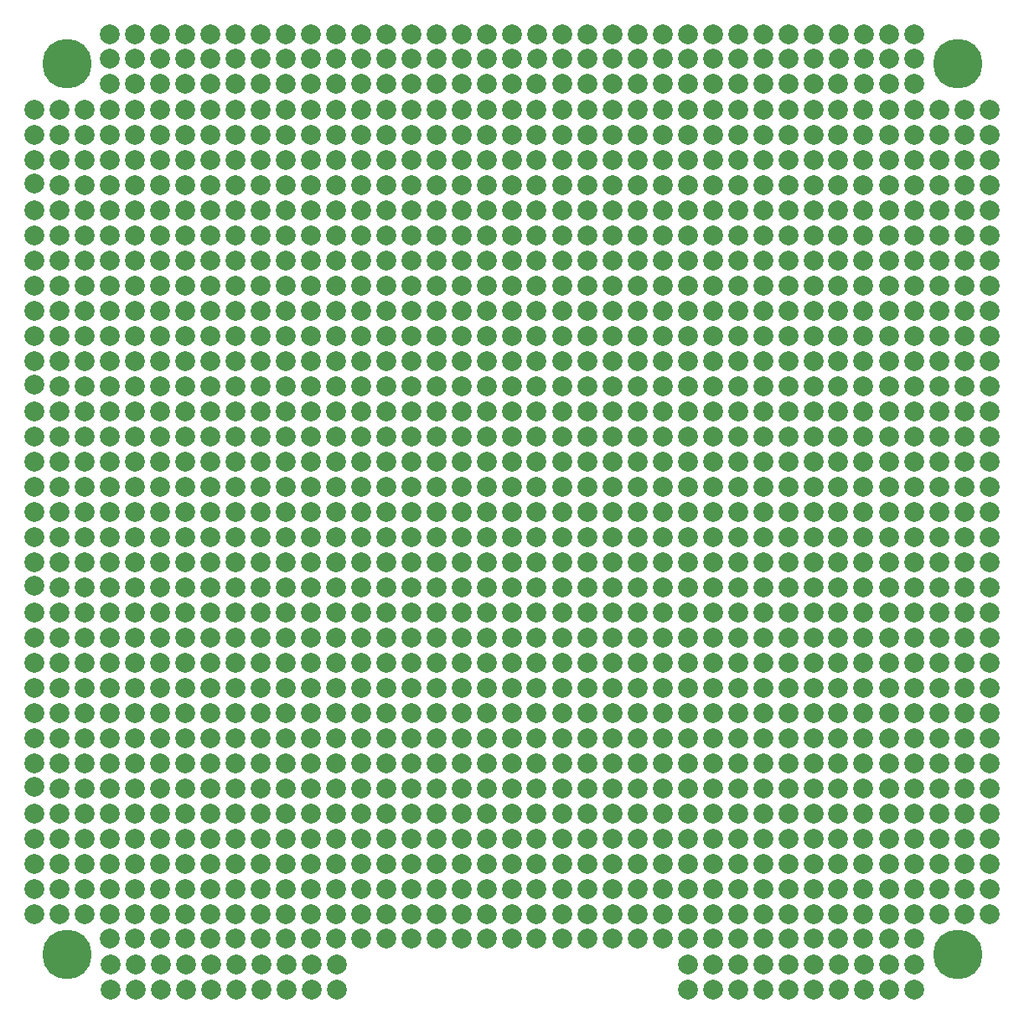
<source format=gtl>
%TF.GenerationSoftware,KiCad,Pcbnew,(6.0.5)*%
%TF.CreationDate,2022-05-26T18:09:24+08:00*%
%TF.ProjectId,Dot_Board,446f745f-426f-4617-9264-2e6b69636164,rev?*%
%TF.SameCoordinates,Original*%
%TF.FileFunction,Copper,L1,Top*%
%TF.FilePolarity,Positive*%
%FSLAX46Y46*%
G04 Gerber Fmt 4.6, Leading zero omitted, Abs format (unit mm)*
G04 Created by KiCad (PCBNEW (6.0.5)) date 2022-05-26 18:09:24*
%MOMM*%
%LPD*%
G01*
G04 APERTURE LIST*
%TA.AperFunction,ViaPad*%
%ADD10C,2.000000*%
%TD*%
%TA.AperFunction,ViaPad*%
%ADD11C,5.000000*%
%TD*%
G04 APERTURE END LIST*
D10*
%TO.N,*%
X193160000Y-149840000D03*
X190620000Y-149840000D03*
X193160000Y-147300000D03*
X190620000Y-147300000D03*
X198120000Y-147320000D03*
X134800000Y-149810000D03*
X132260000Y-149810000D03*
X134800000Y-147270000D03*
X132260000Y-147270000D03*
X183000000Y-149840000D03*
X180460000Y-149840000D03*
X188080000Y-149840000D03*
X185540000Y-149840000D03*
X183000000Y-147300000D03*
X180460000Y-147300000D03*
X188080000Y-147300000D03*
X185540000Y-147300000D03*
X172840000Y-149840000D03*
X170300000Y-149840000D03*
X177920000Y-149840000D03*
X175380000Y-149840000D03*
X172840000Y-147300000D03*
X170300000Y-147300000D03*
X177920000Y-147300000D03*
X175380000Y-147300000D03*
X124640000Y-147270000D03*
X122100000Y-147270000D03*
X129720000Y-147270000D03*
X127180000Y-147270000D03*
X124640000Y-149810000D03*
X122100000Y-149810000D03*
X129720000Y-149810000D03*
X127180000Y-149810000D03*
X114480000Y-149810000D03*
X111940000Y-149810000D03*
X119560000Y-149810000D03*
X117020000Y-149810000D03*
X119560000Y-147270000D03*
X117020000Y-147270000D03*
X114480000Y-147270000D03*
X111940000Y-147270000D03*
X106830000Y-142210000D03*
X106830000Y-139670000D03*
X106830000Y-137130000D03*
D11*
X107593355Y-56299014D03*
D10*
X185550000Y-53290000D03*
X193170000Y-53290000D03*
X190630000Y-53290000D03*
X188090000Y-53290000D03*
X175390000Y-53290000D03*
X183010000Y-53290000D03*
X177930000Y-53290000D03*
X180470000Y-53290000D03*
X165230000Y-53290000D03*
X172850000Y-53290000D03*
X167770000Y-53290000D03*
X170310000Y-53290000D03*
X162690000Y-53290000D03*
X160150000Y-53290000D03*
X149990000Y-53290000D03*
X142370000Y-53290000D03*
X157610000Y-53290000D03*
X147450000Y-53290000D03*
X144910000Y-53290000D03*
X137290000Y-53290000D03*
X134750000Y-53290000D03*
X139830000Y-53290000D03*
X155070000Y-53290000D03*
X152530000Y-53290000D03*
X119510000Y-53290000D03*
X111890000Y-53290000D03*
X124590000Y-53290000D03*
X114430000Y-53290000D03*
X129670000Y-53290000D03*
X122050000Y-53290000D03*
X132210000Y-53290000D03*
X127130000Y-53290000D03*
X116970000Y-53290000D03*
X198120000Y-55880000D03*
X188070000Y-55750000D03*
X193150000Y-55750000D03*
X190610000Y-55750000D03*
X177910000Y-55750000D03*
X185530000Y-55750000D03*
X180450000Y-55750000D03*
X182990000Y-55750000D03*
X167750000Y-55750000D03*
X175370000Y-55750000D03*
X170290000Y-55750000D03*
X172830000Y-55750000D03*
X165210000Y-55750000D03*
X162670000Y-55750000D03*
X152510000Y-55750000D03*
X144890000Y-55750000D03*
X160130000Y-55750000D03*
X149970000Y-55750000D03*
X147430000Y-55750000D03*
X139810000Y-55750000D03*
X137270000Y-55750000D03*
X142350000Y-55750000D03*
X157590000Y-55750000D03*
X155050000Y-55750000D03*
X122030000Y-55750000D03*
X114410000Y-55750000D03*
X111870000Y-55750000D03*
X127110000Y-55750000D03*
X116950000Y-55750000D03*
X132190000Y-55750000D03*
X124570000Y-55750000D03*
X134730000Y-55750000D03*
X129650000Y-55750000D03*
X119490000Y-55750000D03*
X200810000Y-134590000D03*
X200810000Y-142210000D03*
X200810000Y-139670000D03*
X200810000Y-137130000D03*
X200810000Y-124430000D03*
X200810000Y-132050000D03*
X200810000Y-126970000D03*
X200810000Y-129510000D03*
X200810000Y-114270000D03*
X200810000Y-121890000D03*
X200810000Y-116810000D03*
X200810000Y-119350000D03*
X200810000Y-111730000D03*
X200810000Y-109190000D03*
X200810000Y-99030000D03*
X200810000Y-91410000D03*
X200810000Y-106650000D03*
X200810000Y-96490000D03*
X200810000Y-93950000D03*
X200810000Y-86330000D03*
X200810000Y-83790000D03*
X200810000Y-88870000D03*
X200810000Y-104110000D03*
X200810000Y-101570000D03*
X200810000Y-68550000D03*
X200810000Y-60930000D03*
X200810000Y-73630000D03*
X200810000Y-63470000D03*
X200810000Y-78710000D03*
X200810000Y-71090000D03*
X200810000Y-81250000D03*
X200810000Y-76170000D03*
X200810000Y-66010000D03*
X198120000Y-147320000D03*
X198270000Y-137130000D03*
X198270000Y-142210000D03*
X198270000Y-139670000D03*
X198270000Y-126970000D03*
X198270000Y-134590000D03*
X198270000Y-129510000D03*
X198270000Y-132050000D03*
X198270000Y-116810000D03*
X198270000Y-124430000D03*
X198270000Y-119350000D03*
X198270000Y-121890000D03*
X198270000Y-114270000D03*
X198270000Y-111730000D03*
X198270000Y-101570000D03*
X198270000Y-93950000D03*
X198270000Y-109190000D03*
X198270000Y-99030000D03*
X198270000Y-96490000D03*
X198270000Y-88870000D03*
X198270000Y-86330000D03*
X198270000Y-91410000D03*
X198270000Y-106650000D03*
X198270000Y-104110000D03*
X198270000Y-71090000D03*
X198270000Y-63470000D03*
X198270000Y-60930000D03*
X198270000Y-76170000D03*
X198270000Y-66010000D03*
X198270000Y-81250000D03*
X198270000Y-73630000D03*
X198270000Y-83790000D03*
X198270000Y-78710000D03*
X198270000Y-68550000D03*
X195730000Y-137130000D03*
X195730000Y-142210000D03*
X195730000Y-139670000D03*
X195730000Y-126970000D03*
X195730000Y-134590000D03*
X195730000Y-129510000D03*
X195730000Y-132050000D03*
X195730000Y-116810000D03*
X195730000Y-124430000D03*
X195730000Y-119350000D03*
X195730000Y-121890000D03*
X195730000Y-114270000D03*
X195730000Y-111730000D03*
X195730000Y-101570000D03*
X195730000Y-93950000D03*
X195730000Y-109190000D03*
X195730000Y-99030000D03*
X195730000Y-96490000D03*
X195730000Y-88870000D03*
X195730000Y-86330000D03*
X195730000Y-91410000D03*
X195730000Y-106650000D03*
X195730000Y-104110000D03*
X195730000Y-71090000D03*
X195730000Y-63470000D03*
X195730000Y-60930000D03*
X195730000Y-76170000D03*
X195730000Y-66010000D03*
X195730000Y-81250000D03*
X195730000Y-73630000D03*
X195730000Y-83790000D03*
X195730000Y-78710000D03*
X195730000Y-68550000D03*
X109370000Y-137130000D03*
X109370000Y-142210000D03*
X109370000Y-139670000D03*
X109370000Y-126970000D03*
X109370000Y-134590000D03*
X109370000Y-129510000D03*
X109370000Y-132050000D03*
X109370000Y-116810000D03*
X109370000Y-124430000D03*
X109370000Y-119350000D03*
X109370000Y-121890000D03*
X109370000Y-114270000D03*
X109370000Y-111730000D03*
X109370000Y-101570000D03*
X109370000Y-93950000D03*
X109370000Y-109190000D03*
X109370000Y-99030000D03*
X109370000Y-96490000D03*
X109370000Y-88870000D03*
X109370000Y-86330000D03*
X109370000Y-91410000D03*
X109370000Y-106650000D03*
X109370000Y-104110000D03*
X109370000Y-71090000D03*
X109370000Y-63470000D03*
X109370000Y-60930000D03*
X109370000Y-76170000D03*
X109370000Y-66010000D03*
X109370000Y-81250000D03*
X109370000Y-73630000D03*
X109370000Y-83790000D03*
X109370000Y-78710000D03*
X109370000Y-68550000D03*
X111907742Y-144686769D03*
X111910000Y-134590000D03*
X111910000Y-142210000D03*
X111910000Y-139670000D03*
X111910000Y-137130000D03*
X111910000Y-124430000D03*
X111910000Y-132050000D03*
X111910000Y-126970000D03*
X111910000Y-129510000D03*
X111910000Y-114270000D03*
X111910000Y-121890000D03*
X111910000Y-116810000D03*
X111910000Y-119350000D03*
X111910000Y-111730000D03*
X111910000Y-109190000D03*
X111910000Y-99030000D03*
X111910000Y-91410000D03*
X111910000Y-106650000D03*
X111910000Y-96490000D03*
X111910000Y-93950000D03*
X111910000Y-86330000D03*
X111910000Y-83790000D03*
X111910000Y-88870000D03*
X111910000Y-104110000D03*
X111910000Y-101570000D03*
X111910000Y-68550000D03*
X111910000Y-60930000D03*
X111923268Y-58296769D03*
X111910000Y-73630000D03*
X111910000Y-63470000D03*
X111910000Y-78710000D03*
X111910000Y-71090000D03*
X111910000Y-81250000D03*
X111910000Y-76170000D03*
X111910000Y-66010000D03*
X193154474Y-144680000D03*
X193156732Y-134583231D03*
X193156732Y-142203231D03*
X193156732Y-139663231D03*
X193156732Y-137123231D03*
X193156732Y-124423231D03*
X193156732Y-132043231D03*
X193156732Y-126963231D03*
X193156732Y-129503231D03*
X193156732Y-114263231D03*
X193156732Y-121883231D03*
X193156732Y-116803231D03*
X193156732Y-119343231D03*
X193156732Y-111723231D03*
X193156732Y-109183231D03*
X193156732Y-99023231D03*
X193156732Y-91403231D03*
X193156732Y-106643231D03*
X193156732Y-96483231D03*
X193156732Y-93943231D03*
X193156732Y-86323231D03*
X193156732Y-83783231D03*
X193156732Y-88863231D03*
X193156732Y-104103231D03*
X193156732Y-101563231D03*
X193156732Y-68543231D03*
X193156732Y-60923231D03*
X193170000Y-58290000D03*
X193156732Y-73623231D03*
X193156732Y-63463231D03*
X193156732Y-78703231D03*
X193156732Y-71083231D03*
X193156732Y-81243231D03*
X193156732Y-76163231D03*
X193156732Y-66003231D03*
X190600000Y-144680000D03*
X190602258Y-134583231D03*
X190602258Y-142203231D03*
X190602258Y-139663231D03*
X190602258Y-137123231D03*
X190602258Y-124423231D03*
X190602258Y-132043231D03*
X190602258Y-126963231D03*
X190602258Y-129503231D03*
X190602258Y-114263231D03*
X190602258Y-121883231D03*
X190602258Y-116803231D03*
X190602258Y-119343231D03*
X190602258Y-111723231D03*
X190602258Y-109183231D03*
X190602258Y-99023231D03*
X190602258Y-91403231D03*
X190602258Y-106643231D03*
X190602258Y-96483231D03*
X190602258Y-93943231D03*
X190602258Y-86323231D03*
X190602258Y-83783231D03*
X190602258Y-88863231D03*
X190602258Y-104103231D03*
X190602258Y-101563231D03*
X190602258Y-68543231D03*
X190602258Y-60923231D03*
X190615526Y-58290000D03*
X190602258Y-73623231D03*
X190602258Y-63463231D03*
X190602258Y-78703231D03*
X190602258Y-71083231D03*
X190602258Y-81243231D03*
X190602258Y-76163231D03*
X190602258Y-66003231D03*
X188045527Y-144680000D03*
X188047785Y-134583231D03*
X188047785Y-142203231D03*
X188047785Y-139663231D03*
X188047785Y-137123231D03*
X188047785Y-124423231D03*
X188047785Y-132043231D03*
X188047785Y-126963231D03*
X188047785Y-129503231D03*
X188047785Y-114263231D03*
X188047785Y-121883231D03*
X188047785Y-116803231D03*
X188047785Y-119343231D03*
X188047785Y-111723231D03*
X188047785Y-109183231D03*
X188047785Y-99023231D03*
X188047785Y-91403231D03*
X188047785Y-106643231D03*
X188047785Y-96483231D03*
X188047785Y-93943231D03*
X188047785Y-86323231D03*
X188047785Y-83783231D03*
X188047785Y-88863231D03*
X188047785Y-104103231D03*
X188047785Y-101563231D03*
X188047785Y-68543231D03*
X188047785Y-60923231D03*
X188061053Y-58290000D03*
X188047785Y-73623231D03*
X188047785Y-63463231D03*
X188047785Y-78703231D03*
X188047785Y-71083231D03*
X188047785Y-81243231D03*
X188047785Y-76163231D03*
X188047785Y-66003231D03*
X185491053Y-144680000D03*
X185493311Y-134583231D03*
X185493311Y-142203231D03*
X185493311Y-139663231D03*
X185493311Y-137123231D03*
X185493311Y-124423231D03*
X185493311Y-132043231D03*
X185493311Y-126963231D03*
X185493311Y-129503231D03*
X185493311Y-114263231D03*
X185493311Y-121883231D03*
X185493311Y-116803231D03*
X185493311Y-119343231D03*
X185493311Y-111723231D03*
X185493311Y-109183231D03*
X185493311Y-99023231D03*
X185493311Y-91403231D03*
X185493311Y-106643231D03*
X185493311Y-96483231D03*
X185493311Y-93943231D03*
X185493311Y-86323231D03*
X185493311Y-83783231D03*
X185493311Y-88863231D03*
X185493311Y-104103231D03*
X185493311Y-101563231D03*
X185493311Y-68543231D03*
X185493311Y-60923231D03*
X185506579Y-58290000D03*
X185493311Y-73623231D03*
X185493311Y-63463231D03*
X185493311Y-78703231D03*
X185493311Y-71083231D03*
X185493311Y-81243231D03*
X185493311Y-76163231D03*
X185493311Y-66003231D03*
X183027742Y-144686769D03*
X183030000Y-134590000D03*
X183030000Y-142210000D03*
X183030000Y-139670000D03*
X183030000Y-137130000D03*
X183030000Y-124430000D03*
X183030000Y-132050000D03*
X183030000Y-126970000D03*
X183030000Y-129510000D03*
X183030000Y-114270000D03*
X183030000Y-121890000D03*
X183030000Y-116810000D03*
X183030000Y-119350000D03*
X183030000Y-111730000D03*
X183030000Y-109190000D03*
X183030000Y-99030000D03*
X183030000Y-91410000D03*
X183030000Y-106650000D03*
X183030000Y-96490000D03*
X183030000Y-93950000D03*
X183030000Y-86330000D03*
X183030000Y-83790000D03*
X183030000Y-88870000D03*
X183030000Y-104110000D03*
X183030000Y-101570000D03*
X183030000Y-68550000D03*
X183030000Y-60930000D03*
X183043268Y-58296769D03*
X183030000Y-73630000D03*
X183030000Y-63470000D03*
X183030000Y-78710000D03*
X183030000Y-71090000D03*
X183030000Y-81250000D03*
X183030000Y-76170000D03*
X183030000Y-66010000D03*
X180487742Y-144686769D03*
X180490000Y-134590000D03*
X180490000Y-142210000D03*
X180490000Y-139670000D03*
X180490000Y-137130000D03*
X180490000Y-124430000D03*
X180490000Y-132050000D03*
X180490000Y-126970000D03*
X180490000Y-129510000D03*
X180490000Y-114270000D03*
X180490000Y-121890000D03*
X180490000Y-116810000D03*
X180490000Y-119350000D03*
X180490000Y-111730000D03*
X180490000Y-109190000D03*
X180490000Y-99030000D03*
X180490000Y-91410000D03*
X180490000Y-106650000D03*
X180490000Y-96490000D03*
X180490000Y-93950000D03*
X180490000Y-86330000D03*
X180490000Y-83790000D03*
X180490000Y-88870000D03*
X180490000Y-104110000D03*
X180490000Y-101570000D03*
X180490000Y-68550000D03*
X180490000Y-60930000D03*
X180503268Y-58296769D03*
X180490000Y-73630000D03*
X180490000Y-63470000D03*
X180490000Y-78710000D03*
X180490000Y-71090000D03*
X180490000Y-81250000D03*
X180490000Y-76170000D03*
X180490000Y-66010000D03*
X177947742Y-144686769D03*
X177950000Y-134590000D03*
X177950000Y-142210000D03*
X177950000Y-139670000D03*
X177950000Y-137130000D03*
X177950000Y-124430000D03*
X177950000Y-132050000D03*
X177950000Y-126970000D03*
X177950000Y-129510000D03*
X177950000Y-114270000D03*
X177950000Y-121890000D03*
X177950000Y-116810000D03*
X177950000Y-119350000D03*
X177950000Y-111730000D03*
X177950000Y-109190000D03*
X177950000Y-99030000D03*
X177950000Y-91410000D03*
X177950000Y-106650000D03*
X177950000Y-96490000D03*
X177950000Y-93950000D03*
X177950000Y-86330000D03*
X177950000Y-83790000D03*
X177950000Y-88870000D03*
X177950000Y-104110000D03*
X177950000Y-101570000D03*
X177950000Y-68550000D03*
X177950000Y-60930000D03*
X177963268Y-58296769D03*
X177950000Y-73630000D03*
X177950000Y-63470000D03*
X177950000Y-78710000D03*
X177950000Y-71090000D03*
X177950000Y-81250000D03*
X177950000Y-76170000D03*
X177950000Y-66010000D03*
X175407742Y-144686769D03*
X175410000Y-134590000D03*
X175410000Y-142210000D03*
X175410000Y-139670000D03*
X175410000Y-137130000D03*
X175410000Y-124430000D03*
X175410000Y-132050000D03*
X175410000Y-126970000D03*
X175410000Y-129510000D03*
X175410000Y-114270000D03*
X175410000Y-121890000D03*
X175410000Y-116810000D03*
X175410000Y-119350000D03*
X175410000Y-111730000D03*
X175410000Y-109190000D03*
X175410000Y-99030000D03*
X175410000Y-91410000D03*
X175410000Y-106650000D03*
X175410000Y-96490000D03*
X175410000Y-93950000D03*
X175410000Y-86330000D03*
X175410000Y-83790000D03*
X175410000Y-88870000D03*
X175410000Y-104110000D03*
X175410000Y-101570000D03*
X175410000Y-68550000D03*
X175410000Y-60930000D03*
X175423268Y-58296769D03*
X175410000Y-73630000D03*
X175410000Y-63470000D03*
X175410000Y-78710000D03*
X175410000Y-71090000D03*
X175410000Y-81250000D03*
X175410000Y-76170000D03*
X175410000Y-66010000D03*
X172867742Y-144686769D03*
X172870000Y-134590000D03*
X172870000Y-142210000D03*
X172870000Y-139670000D03*
X172870000Y-137130000D03*
X172870000Y-124430000D03*
X172870000Y-132050000D03*
X172870000Y-126970000D03*
X172870000Y-129510000D03*
X172870000Y-114270000D03*
X172870000Y-121890000D03*
X172870000Y-116810000D03*
X172870000Y-119350000D03*
X172870000Y-111730000D03*
X172870000Y-109190000D03*
X172870000Y-99030000D03*
X172870000Y-91410000D03*
X172870000Y-106650000D03*
X172870000Y-96490000D03*
X172870000Y-93950000D03*
X172870000Y-86330000D03*
X172870000Y-83790000D03*
X172870000Y-88870000D03*
X172870000Y-104110000D03*
X172870000Y-101570000D03*
X172870000Y-68550000D03*
X172870000Y-60930000D03*
X172883268Y-58296769D03*
X172870000Y-73630000D03*
X172870000Y-63470000D03*
X172870000Y-78710000D03*
X172870000Y-71090000D03*
X172870000Y-81250000D03*
X172870000Y-76170000D03*
X172870000Y-66010000D03*
X170327742Y-144686769D03*
X170330000Y-134590000D03*
X170330000Y-142210000D03*
X170330000Y-139670000D03*
X170330000Y-137130000D03*
X170330000Y-124430000D03*
X170330000Y-132050000D03*
X170330000Y-126970000D03*
X170330000Y-129510000D03*
X170330000Y-114270000D03*
X170330000Y-121890000D03*
X170330000Y-116810000D03*
X170330000Y-119350000D03*
X170330000Y-111730000D03*
X170330000Y-109190000D03*
X170330000Y-99030000D03*
X170330000Y-91410000D03*
X170330000Y-106650000D03*
X170330000Y-96490000D03*
X170330000Y-93950000D03*
X170330000Y-86330000D03*
X170330000Y-83790000D03*
X170330000Y-88870000D03*
X170330000Y-104110000D03*
X170330000Y-101570000D03*
X170330000Y-68550000D03*
X170330000Y-60930000D03*
X170343268Y-58296769D03*
X170330000Y-73630000D03*
X170330000Y-63470000D03*
X170330000Y-78710000D03*
X170330000Y-71090000D03*
X170330000Y-81250000D03*
X170330000Y-76170000D03*
X170330000Y-66010000D03*
X167787742Y-144686769D03*
X167790000Y-134590000D03*
X167790000Y-142210000D03*
X167790000Y-139670000D03*
X167790000Y-137130000D03*
X167790000Y-124430000D03*
X167790000Y-132050000D03*
X167790000Y-126970000D03*
X167790000Y-129510000D03*
X167790000Y-114270000D03*
X167790000Y-121890000D03*
X167790000Y-116810000D03*
X167790000Y-119350000D03*
X167790000Y-111730000D03*
X167790000Y-109190000D03*
X167790000Y-99030000D03*
X167790000Y-91410000D03*
X167790000Y-106650000D03*
X167790000Y-96490000D03*
X167790000Y-93950000D03*
X167790000Y-86330000D03*
X167790000Y-83790000D03*
X167790000Y-88870000D03*
X167790000Y-104110000D03*
X167790000Y-101570000D03*
X167790000Y-68550000D03*
X167790000Y-60930000D03*
X167803268Y-58296769D03*
X167790000Y-73630000D03*
X167790000Y-63470000D03*
X167790000Y-78710000D03*
X167790000Y-71090000D03*
X167790000Y-81250000D03*
X167790000Y-76170000D03*
X167790000Y-66010000D03*
X165247742Y-144686769D03*
X165250000Y-134590000D03*
X165250000Y-142210000D03*
X165250000Y-139670000D03*
X165250000Y-137130000D03*
X165250000Y-124430000D03*
X165250000Y-132050000D03*
X165250000Y-126970000D03*
X165250000Y-129510000D03*
X165250000Y-114270000D03*
X165250000Y-121890000D03*
X165250000Y-116810000D03*
X165250000Y-119350000D03*
X165250000Y-111730000D03*
X165250000Y-109190000D03*
X165250000Y-99030000D03*
X165250000Y-91410000D03*
X165250000Y-106650000D03*
X165250000Y-96490000D03*
X165250000Y-93950000D03*
X165250000Y-86330000D03*
X165250000Y-83790000D03*
X165250000Y-88870000D03*
X165250000Y-104110000D03*
X165250000Y-101570000D03*
X165250000Y-68550000D03*
X165250000Y-60930000D03*
X165263268Y-58296769D03*
X165250000Y-73630000D03*
X165250000Y-63470000D03*
X165250000Y-78710000D03*
X165250000Y-71090000D03*
X165250000Y-81250000D03*
X165250000Y-76170000D03*
X165250000Y-66010000D03*
X162707742Y-144686769D03*
X162710000Y-134590000D03*
X162710000Y-142210000D03*
X162710000Y-139670000D03*
X162710000Y-137130000D03*
X162710000Y-124430000D03*
X162710000Y-132050000D03*
X162710000Y-126970000D03*
X162710000Y-129510000D03*
X162710000Y-114270000D03*
X162710000Y-121890000D03*
X162710000Y-116810000D03*
X162710000Y-119350000D03*
X162710000Y-111730000D03*
X162710000Y-109190000D03*
X162710000Y-99030000D03*
X162710000Y-91410000D03*
X162710000Y-106650000D03*
X162710000Y-96490000D03*
X162710000Y-93950000D03*
X162710000Y-86330000D03*
X162710000Y-83790000D03*
X162710000Y-88870000D03*
X162710000Y-104110000D03*
X162710000Y-101570000D03*
X162710000Y-68550000D03*
X162710000Y-60930000D03*
X162723268Y-58296769D03*
X162710000Y-73630000D03*
X162710000Y-63470000D03*
X162710000Y-78710000D03*
X162710000Y-71090000D03*
X162710000Y-81250000D03*
X162710000Y-76170000D03*
X162710000Y-66010000D03*
X160167742Y-144686769D03*
X160170000Y-134590000D03*
X160170000Y-142210000D03*
X160170000Y-139670000D03*
X160170000Y-137130000D03*
X160170000Y-124430000D03*
X160170000Y-132050000D03*
X160170000Y-126970000D03*
X160170000Y-129510000D03*
X160170000Y-114270000D03*
X160170000Y-121890000D03*
X160170000Y-116810000D03*
X160170000Y-119350000D03*
X160170000Y-111730000D03*
X160170000Y-109190000D03*
X160170000Y-99030000D03*
X160170000Y-91410000D03*
X160170000Y-106650000D03*
X160170000Y-96490000D03*
X160170000Y-93950000D03*
X160170000Y-86330000D03*
X160170000Y-83790000D03*
X160170000Y-88870000D03*
X160170000Y-104110000D03*
X160170000Y-101570000D03*
X160170000Y-68550000D03*
X160170000Y-60930000D03*
X160183268Y-58296769D03*
X160170000Y-73630000D03*
X160170000Y-63470000D03*
X160170000Y-78710000D03*
X160170000Y-71090000D03*
X160170000Y-81250000D03*
X160170000Y-76170000D03*
X160170000Y-66010000D03*
X157627742Y-144686769D03*
X157630000Y-134590000D03*
X157630000Y-142210000D03*
X157630000Y-139670000D03*
X157630000Y-137130000D03*
X157630000Y-124430000D03*
X157630000Y-132050000D03*
X157630000Y-126970000D03*
X157630000Y-129510000D03*
X157630000Y-114270000D03*
X157630000Y-121890000D03*
X157630000Y-116810000D03*
X157630000Y-119350000D03*
X157630000Y-111730000D03*
X157630000Y-109190000D03*
X157630000Y-99030000D03*
X157630000Y-91410000D03*
X157630000Y-106650000D03*
X157630000Y-96490000D03*
X157630000Y-93950000D03*
X157630000Y-86330000D03*
X157630000Y-83790000D03*
X157630000Y-88870000D03*
X157630000Y-104110000D03*
X157630000Y-101570000D03*
X157630000Y-68550000D03*
X157630000Y-60930000D03*
X157643268Y-58296769D03*
X157630000Y-73630000D03*
X157630000Y-63470000D03*
X157630000Y-78710000D03*
X157630000Y-71090000D03*
X157630000Y-81250000D03*
X157630000Y-76170000D03*
X157630000Y-66010000D03*
X155007669Y-144680000D03*
X155009927Y-134583231D03*
X155009927Y-142203231D03*
X155009927Y-139663231D03*
X155009927Y-137123231D03*
X155009927Y-124423231D03*
X155009927Y-132043231D03*
X155009927Y-126963231D03*
X155009927Y-129503231D03*
X155009927Y-114263231D03*
X155009927Y-121883231D03*
X155009927Y-116803231D03*
X155009927Y-119343231D03*
X155009927Y-111723231D03*
X155009927Y-109183231D03*
X155009927Y-99023231D03*
X155009927Y-91403231D03*
X155009927Y-106643231D03*
X155009927Y-96483231D03*
X155009927Y-93943231D03*
X155009927Y-86323231D03*
X155009927Y-83783231D03*
X155009927Y-88863231D03*
X155009927Y-104103231D03*
X155009927Y-101563231D03*
X155009927Y-68543231D03*
X155009927Y-60923231D03*
X155023195Y-58290000D03*
X155009927Y-73623231D03*
X155009927Y-63463231D03*
X155009927Y-78703231D03*
X155009927Y-71083231D03*
X155009927Y-81243231D03*
X155009927Y-76163231D03*
X155009927Y-66003231D03*
X152547742Y-144686769D03*
X152550000Y-134590000D03*
X152550000Y-142210000D03*
X152550000Y-139670000D03*
X152550000Y-137130000D03*
X152550000Y-124430000D03*
X152550000Y-132050000D03*
X152550000Y-126970000D03*
X152550000Y-129510000D03*
X152550000Y-114270000D03*
X152550000Y-121890000D03*
X152550000Y-116810000D03*
X152550000Y-119350000D03*
X152550000Y-111730000D03*
X152550000Y-109190000D03*
X152550000Y-99030000D03*
X152550000Y-91410000D03*
X152550000Y-106650000D03*
X152550000Y-96490000D03*
X152550000Y-93950000D03*
X152550000Y-86330000D03*
X152550000Y-83790000D03*
X152550000Y-88870000D03*
X152550000Y-104110000D03*
X152550000Y-101570000D03*
X152550000Y-68550000D03*
X152550000Y-60930000D03*
X152563268Y-58296769D03*
X152550000Y-73630000D03*
X152550000Y-63470000D03*
X152550000Y-78710000D03*
X152550000Y-71090000D03*
X152550000Y-81250000D03*
X152550000Y-76170000D03*
X152550000Y-66010000D03*
X150007742Y-144686769D03*
X150010000Y-134590000D03*
X150010000Y-142210000D03*
X150010000Y-139670000D03*
X150010000Y-137130000D03*
X150010000Y-124430000D03*
X150010000Y-132050000D03*
X150010000Y-126970000D03*
X150010000Y-129510000D03*
X150010000Y-114270000D03*
X150010000Y-121890000D03*
X150010000Y-116810000D03*
X150010000Y-119350000D03*
X150010000Y-111730000D03*
X150010000Y-109190000D03*
X150010000Y-99030000D03*
X150010000Y-91410000D03*
X150010000Y-106650000D03*
X150010000Y-96490000D03*
X150010000Y-93950000D03*
X150010000Y-86330000D03*
X150010000Y-83790000D03*
X150010000Y-88870000D03*
X150010000Y-104110000D03*
X150010000Y-101570000D03*
X150010000Y-68550000D03*
X150010000Y-60930000D03*
X150023268Y-58296769D03*
X150010000Y-73630000D03*
X150010000Y-63470000D03*
X150010000Y-78710000D03*
X150010000Y-71090000D03*
X150010000Y-81250000D03*
X150010000Y-76170000D03*
X150010000Y-66010000D03*
X147467742Y-144686769D03*
X147470000Y-134590000D03*
X147470000Y-142210000D03*
X147470000Y-139670000D03*
X147470000Y-137130000D03*
X147470000Y-124430000D03*
X147470000Y-132050000D03*
X147470000Y-126970000D03*
X147470000Y-129510000D03*
X147470000Y-114270000D03*
X147470000Y-121890000D03*
X147470000Y-116810000D03*
X147470000Y-119350000D03*
X147470000Y-111730000D03*
X147470000Y-109190000D03*
X147470000Y-99030000D03*
X147470000Y-91410000D03*
X147470000Y-106650000D03*
X147470000Y-96490000D03*
X147470000Y-93950000D03*
X147470000Y-86330000D03*
X147470000Y-83790000D03*
X147470000Y-88870000D03*
X147470000Y-104110000D03*
X147470000Y-101570000D03*
X147470000Y-68550000D03*
X147470000Y-60930000D03*
X147483268Y-58296769D03*
X147470000Y-73630000D03*
X147470000Y-63470000D03*
X147470000Y-78710000D03*
X147470000Y-71090000D03*
X147470000Y-81250000D03*
X147470000Y-76170000D03*
X147470000Y-66010000D03*
X144927742Y-144686769D03*
X144930000Y-134590000D03*
X144930000Y-142210000D03*
X144930000Y-139670000D03*
X144930000Y-137130000D03*
X144930000Y-124430000D03*
X144930000Y-132050000D03*
X144930000Y-126970000D03*
X144930000Y-129510000D03*
X144930000Y-114270000D03*
X144930000Y-121890000D03*
X144930000Y-116810000D03*
X144930000Y-119350000D03*
X144930000Y-111730000D03*
X144930000Y-109190000D03*
X144930000Y-99030000D03*
X144930000Y-91410000D03*
X144930000Y-106650000D03*
X144930000Y-96490000D03*
X144930000Y-93950000D03*
X144930000Y-86330000D03*
X144930000Y-83790000D03*
X144930000Y-88870000D03*
X144930000Y-104110000D03*
X144930000Y-101570000D03*
X144930000Y-68550000D03*
X144930000Y-60930000D03*
X144943268Y-58296769D03*
X144930000Y-73630000D03*
X144930000Y-63470000D03*
X144930000Y-78710000D03*
X144930000Y-71090000D03*
X144930000Y-81250000D03*
X144930000Y-76170000D03*
X144930000Y-66010000D03*
X142387742Y-144686769D03*
X142390000Y-134590000D03*
X142390000Y-142210000D03*
X142390000Y-139670000D03*
X142390000Y-137130000D03*
X142390000Y-124430000D03*
X142390000Y-132050000D03*
X142390000Y-126970000D03*
X142390000Y-129510000D03*
X142390000Y-114270000D03*
X142390000Y-121890000D03*
X142390000Y-116810000D03*
X142390000Y-119350000D03*
X142390000Y-111730000D03*
X142390000Y-109190000D03*
X142390000Y-99030000D03*
X142390000Y-91410000D03*
X142390000Y-106650000D03*
X142390000Y-96490000D03*
X142390000Y-93950000D03*
X142390000Y-86330000D03*
X142390000Y-83790000D03*
X142390000Y-88870000D03*
X142390000Y-104110000D03*
X142390000Y-101570000D03*
X142390000Y-68550000D03*
X142390000Y-60930000D03*
X142403268Y-58296769D03*
X142390000Y-73630000D03*
X142390000Y-63470000D03*
X142390000Y-78710000D03*
X142390000Y-71090000D03*
X142390000Y-81250000D03*
X142390000Y-76170000D03*
X142390000Y-66010000D03*
X139847742Y-144686769D03*
X139850000Y-134590000D03*
X139850000Y-142210000D03*
X139850000Y-139670000D03*
X139850000Y-137130000D03*
X139850000Y-124430000D03*
X139850000Y-132050000D03*
X139850000Y-126970000D03*
X139850000Y-129510000D03*
X139850000Y-114270000D03*
X139850000Y-121890000D03*
X139850000Y-116810000D03*
X139850000Y-119350000D03*
X139850000Y-111730000D03*
X139850000Y-109190000D03*
X139850000Y-99030000D03*
X139850000Y-91410000D03*
X139850000Y-106650000D03*
X139850000Y-96490000D03*
X139850000Y-93950000D03*
X139850000Y-86330000D03*
X139850000Y-83790000D03*
X139850000Y-88870000D03*
X139850000Y-104110000D03*
X139850000Y-101570000D03*
X139850000Y-68550000D03*
X139850000Y-60930000D03*
X139863268Y-58296769D03*
X139850000Y-73630000D03*
X139850000Y-63470000D03*
X139850000Y-78710000D03*
X139850000Y-71090000D03*
X139850000Y-81250000D03*
X139850000Y-76170000D03*
X139850000Y-66010000D03*
X137307742Y-144686769D03*
X137310000Y-134590000D03*
X137310000Y-142210000D03*
X137310000Y-139670000D03*
X137310000Y-137130000D03*
X137310000Y-124430000D03*
X137310000Y-132050000D03*
X137310000Y-126970000D03*
X137310000Y-129510000D03*
X137310000Y-114270000D03*
X137310000Y-121890000D03*
X137310000Y-116810000D03*
X137310000Y-119350000D03*
X137310000Y-111730000D03*
X137310000Y-109190000D03*
X137310000Y-99030000D03*
X137310000Y-91410000D03*
X137310000Y-106650000D03*
X137310000Y-96490000D03*
X137310000Y-93950000D03*
X137310000Y-86330000D03*
X137310000Y-83790000D03*
X137310000Y-88870000D03*
X137310000Y-104110000D03*
X137310000Y-101570000D03*
X137310000Y-68550000D03*
X137310000Y-60930000D03*
X137323268Y-58296769D03*
X137310000Y-73630000D03*
X137310000Y-63470000D03*
X137310000Y-78710000D03*
X137310000Y-71090000D03*
X137310000Y-81250000D03*
X137310000Y-76170000D03*
X137310000Y-66010000D03*
X134767742Y-144686769D03*
X134770000Y-134590000D03*
X134770000Y-142210000D03*
X134770000Y-139670000D03*
X134770000Y-137130000D03*
X134770000Y-124430000D03*
X134770000Y-132050000D03*
X134770000Y-126970000D03*
X134770000Y-129510000D03*
X134770000Y-114270000D03*
X134770000Y-121890000D03*
X134770000Y-116810000D03*
X134770000Y-119350000D03*
X134770000Y-111730000D03*
X134770000Y-109190000D03*
X134770000Y-99030000D03*
X134770000Y-91410000D03*
X134770000Y-106650000D03*
X134770000Y-96490000D03*
X134770000Y-93950000D03*
X134770000Y-86330000D03*
X134770000Y-83790000D03*
X134770000Y-88870000D03*
X134770000Y-104110000D03*
X134770000Y-101570000D03*
X134770000Y-68550000D03*
X134770000Y-60930000D03*
X134783268Y-58296769D03*
X134770000Y-73630000D03*
X134770000Y-63470000D03*
X134770000Y-78710000D03*
X134770000Y-71090000D03*
X134770000Y-81250000D03*
X134770000Y-76170000D03*
X134770000Y-66010000D03*
X132227742Y-144686769D03*
X132230000Y-134590000D03*
X132230000Y-142210000D03*
X132230000Y-139670000D03*
X132230000Y-137130000D03*
X132230000Y-124430000D03*
X132230000Y-132050000D03*
X132230000Y-126970000D03*
X132230000Y-129510000D03*
X132230000Y-114270000D03*
X132230000Y-121890000D03*
X132230000Y-116810000D03*
X132230000Y-119350000D03*
X132230000Y-111730000D03*
X132230000Y-109190000D03*
X132230000Y-99030000D03*
X132230000Y-91410000D03*
X132230000Y-106650000D03*
X132230000Y-96490000D03*
X132230000Y-93950000D03*
X132230000Y-86330000D03*
X132230000Y-83790000D03*
X132230000Y-88870000D03*
X132230000Y-104110000D03*
X132230000Y-101570000D03*
X132230000Y-68550000D03*
X132230000Y-60930000D03*
X132243268Y-58296769D03*
X132230000Y-73630000D03*
X132230000Y-63470000D03*
X132230000Y-78710000D03*
X132230000Y-71090000D03*
X132230000Y-81250000D03*
X132230000Y-76170000D03*
X132230000Y-66010000D03*
X129687742Y-144686769D03*
X129690000Y-134590000D03*
X129690000Y-142210000D03*
X129690000Y-139670000D03*
X129690000Y-137130000D03*
X129690000Y-124430000D03*
X129690000Y-132050000D03*
X129690000Y-126970000D03*
X129690000Y-129510000D03*
X129690000Y-114270000D03*
X129690000Y-121890000D03*
X129690000Y-116810000D03*
X129690000Y-119350000D03*
X129690000Y-111730000D03*
X129690000Y-109190000D03*
X129690000Y-99030000D03*
X129690000Y-91410000D03*
X129690000Y-106650000D03*
X129690000Y-96490000D03*
X129690000Y-93950000D03*
X129690000Y-86330000D03*
X129690000Y-83790000D03*
X129690000Y-88870000D03*
X129690000Y-104110000D03*
X129690000Y-101570000D03*
X129690000Y-68550000D03*
X129690000Y-60930000D03*
X129703268Y-58296769D03*
X129690000Y-73630000D03*
X129690000Y-63470000D03*
X129690000Y-78710000D03*
X129690000Y-71090000D03*
X129690000Y-81250000D03*
X129690000Y-76170000D03*
X129690000Y-66010000D03*
X127147742Y-144686769D03*
X127150000Y-134590000D03*
X127150000Y-142210000D03*
X127150000Y-139670000D03*
X127150000Y-137130000D03*
X127150000Y-124430000D03*
X127150000Y-132050000D03*
X127150000Y-126970000D03*
X127150000Y-129510000D03*
X127150000Y-114270000D03*
X127150000Y-121890000D03*
X127150000Y-116810000D03*
X127150000Y-119350000D03*
X127150000Y-111730000D03*
X127150000Y-109190000D03*
X127150000Y-99030000D03*
X127150000Y-91410000D03*
X127150000Y-106650000D03*
X127150000Y-96490000D03*
X127150000Y-93950000D03*
X127150000Y-86330000D03*
X127150000Y-83790000D03*
X127150000Y-88870000D03*
X127150000Y-104110000D03*
X127150000Y-101570000D03*
X127150000Y-68550000D03*
X127150000Y-60930000D03*
X127163268Y-58296769D03*
X127150000Y-73630000D03*
X127150000Y-63470000D03*
X127150000Y-78710000D03*
X127150000Y-71090000D03*
X127150000Y-81250000D03*
X127150000Y-76170000D03*
X127150000Y-66010000D03*
X124607742Y-144686769D03*
X124610000Y-134590000D03*
X124610000Y-142210000D03*
X124610000Y-139670000D03*
X124610000Y-137130000D03*
X124610000Y-124430000D03*
X124610000Y-132050000D03*
X124610000Y-126970000D03*
X124610000Y-129510000D03*
X124610000Y-114270000D03*
X124610000Y-121890000D03*
X124610000Y-116810000D03*
X124610000Y-119350000D03*
X124610000Y-111730000D03*
X124610000Y-109190000D03*
X124610000Y-99030000D03*
X124610000Y-91410000D03*
X124610000Y-106650000D03*
X124610000Y-96490000D03*
X124610000Y-93950000D03*
X124610000Y-86330000D03*
X124610000Y-83790000D03*
X124610000Y-88870000D03*
X124610000Y-104110000D03*
X124610000Y-101570000D03*
X124610000Y-68550000D03*
X124610000Y-60930000D03*
X124623268Y-58296769D03*
X124610000Y-73630000D03*
X124610000Y-63470000D03*
X124610000Y-78710000D03*
X124610000Y-71090000D03*
X124610000Y-81250000D03*
X124610000Y-76170000D03*
X124610000Y-66010000D03*
X122067742Y-144686769D03*
X122070000Y-134590000D03*
X122070000Y-142210000D03*
X122070000Y-139670000D03*
X122070000Y-137130000D03*
X122070000Y-124430000D03*
X122070000Y-132050000D03*
X122070000Y-126970000D03*
X122070000Y-129510000D03*
X122070000Y-114270000D03*
X122070000Y-121890000D03*
X122070000Y-116810000D03*
X122070000Y-119350000D03*
X122070000Y-111730000D03*
X122070000Y-109190000D03*
X122070000Y-99030000D03*
X122070000Y-91410000D03*
X122070000Y-106650000D03*
X122070000Y-96490000D03*
X122070000Y-93950000D03*
X122070000Y-86330000D03*
X122070000Y-83790000D03*
X122070000Y-88870000D03*
X122070000Y-104110000D03*
X122070000Y-101570000D03*
X122070000Y-68550000D03*
X122070000Y-60930000D03*
X122083268Y-58296769D03*
X122070000Y-73630000D03*
X122070000Y-63470000D03*
X122070000Y-78710000D03*
X122070000Y-71090000D03*
X122070000Y-81250000D03*
X122070000Y-76170000D03*
X122070000Y-66010000D03*
X119527742Y-144686769D03*
X119530000Y-134590000D03*
X119530000Y-142210000D03*
X119530000Y-139670000D03*
X119530000Y-137130000D03*
X119530000Y-124430000D03*
X119530000Y-132050000D03*
X119530000Y-126970000D03*
X119530000Y-129510000D03*
X119530000Y-114270000D03*
X119530000Y-121890000D03*
X119530000Y-116810000D03*
X119530000Y-119350000D03*
X119530000Y-111730000D03*
X119530000Y-109190000D03*
X119530000Y-99030000D03*
X119530000Y-91410000D03*
X119530000Y-106650000D03*
X119530000Y-96490000D03*
X119530000Y-93950000D03*
X119530000Y-86330000D03*
X119530000Y-83790000D03*
X119530000Y-88870000D03*
X119530000Y-104110000D03*
X119530000Y-101570000D03*
X119530000Y-68550000D03*
X119530000Y-60930000D03*
X119543268Y-58296769D03*
X119530000Y-73630000D03*
X119530000Y-63470000D03*
X119530000Y-78710000D03*
X119530000Y-71090000D03*
X119530000Y-81250000D03*
X119530000Y-76170000D03*
X119530000Y-66010000D03*
X116987742Y-144686769D03*
X116990000Y-134590000D03*
X116990000Y-142210000D03*
X116990000Y-139670000D03*
X116990000Y-137130000D03*
X116990000Y-124430000D03*
X116990000Y-132050000D03*
X116990000Y-126970000D03*
X116990000Y-129510000D03*
X116990000Y-114270000D03*
X116990000Y-121890000D03*
X116990000Y-116810000D03*
X116990000Y-119350000D03*
X116990000Y-111730000D03*
X116990000Y-109190000D03*
X116990000Y-99030000D03*
X116990000Y-91410000D03*
X116990000Y-106650000D03*
X116990000Y-96490000D03*
X116990000Y-93950000D03*
X116990000Y-86330000D03*
X116990000Y-83790000D03*
X116990000Y-88870000D03*
X116990000Y-104110000D03*
X116990000Y-101570000D03*
X116990000Y-68550000D03*
X116990000Y-60930000D03*
X117003268Y-58296769D03*
X116990000Y-73630000D03*
X116990000Y-63470000D03*
X116990000Y-78710000D03*
X116990000Y-71090000D03*
X116990000Y-81250000D03*
X116990000Y-76170000D03*
X116990000Y-66010000D03*
X114447742Y-144686769D03*
X114450000Y-142210000D03*
X114450000Y-139670000D03*
X114450000Y-137130000D03*
X114450000Y-134590000D03*
X114450000Y-132050000D03*
X114450000Y-129510000D03*
X114450000Y-126970000D03*
X114450000Y-124430000D03*
X114450000Y-121890000D03*
X114450000Y-119350000D03*
X114450000Y-116810000D03*
X114450000Y-114270000D03*
X114450000Y-111730000D03*
X114450000Y-109190000D03*
X114450000Y-106650000D03*
X114450000Y-104110000D03*
X114450000Y-101570000D03*
X114450000Y-99030000D03*
X114450000Y-96490000D03*
X114450000Y-93950000D03*
X114450000Y-91410000D03*
X114450000Y-88870000D03*
X114450000Y-86330000D03*
X114450000Y-83790000D03*
X114450000Y-81250000D03*
X114450000Y-78710000D03*
X114450000Y-76170000D03*
X114450000Y-73630000D03*
X114450000Y-71090000D03*
X114450000Y-68550000D03*
X114450000Y-66010000D03*
X114450000Y-63470000D03*
X114450000Y-60930000D03*
X114463268Y-58296769D03*
X106815526Y-134561052D03*
X106815526Y-132021052D03*
X106815526Y-129481052D03*
X106815526Y-126941052D03*
X106815526Y-124401052D03*
X106815526Y-121861052D03*
X106815526Y-119321052D03*
X106815526Y-116781052D03*
X106815526Y-114241052D03*
X106815526Y-111701052D03*
X106830000Y-109190000D03*
X106830000Y-106650000D03*
X106830000Y-104110000D03*
X106830000Y-101570000D03*
X106830000Y-99030000D03*
X106830000Y-96490000D03*
X106830000Y-93950000D03*
X106830000Y-91410000D03*
X106830000Y-88870000D03*
X106830000Y-86330000D03*
X106830000Y-83790000D03*
X106830000Y-81250000D03*
X104290000Y-142210000D03*
X104290000Y-134590000D03*
X104290000Y-126970000D03*
X104290000Y-124430000D03*
X104290000Y-132050000D03*
X104290000Y-139670000D03*
X104265501Y-137103309D03*
X104290000Y-121890000D03*
X104265501Y-129307434D03*
X104290000Y-114270000D03*
X104290000Y-106650000D03*
X104290000Y-104110000D03*
X104290000Y-111730000D03*
X104290000Y-119350000D03*
X104265501Y-116783309D03*
X104290000Y-101570000D03*
X104265501Y-108987434D03*
X104290000Y-93950000D03*
X104290000Y-86330000D03*
X104290000Y-83790000D03*
X104290000Y-91410000D03*
X104290000Y-99030000D03*
X104265501Y-96463309D03*
X104290000Y-81250000D03*
X104265501Y-88667434D03*
X104290000Y-60930000D03*
X104290000Y-63470000D03*
X104290000Y-66010000D03*
X104265501Y-68347434D03*
X104290000Y-71090000D03*
X104290000Y-73630000D03*
X104265501Y-76143309D03*
X104290000Y-78710000D03*
X106830000Y-60930000D03*
X106830000Y-78710000D03*
X106830000Y-76170000D03*
X106830000Y-73630000D03*
X106830000Y-71090000D03*
X106830000Y-68550000D03*
X106830000Y-66010000D03*
X106830000Y-63470000D03*
D11*
X107600000Y-146300000D03*
X197600000Y-146300000D03*
X197600000Y-56300000D03*
%TD*%
M02*

</source>
